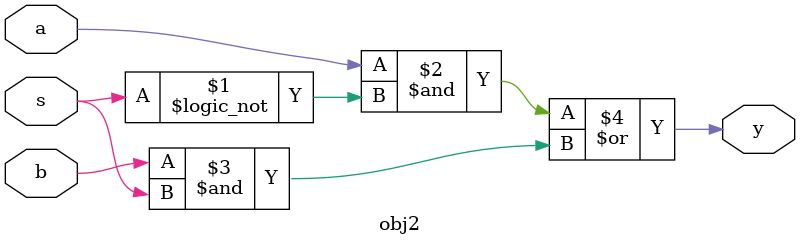
<source format=v>
module obj2 (a,b,s,y);
input a,b,s;
output y;
assign y= (a&(!s))|(b&s);
endmodule
</source>
